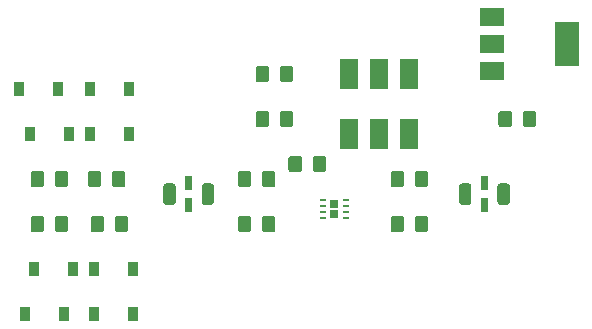
<source format=gbr>
G04 #@! TF.GenerationSoftware,KiCad,Pcbnew,5.1.5-52549c5~84~ubuntu18.04.1*
G04 #@! TF.CreationDate,2020-02-07T09:47:04+09:30*
G04 #@! TF.ProjectId,frontend,66726f6e-7465-46e6-942e-6b696361645f,rev?*
G04 #@! TF.SameCoordinates,Original*
G04 #@! TF.FileFunction,Paste,Top*
G04 #@! TF.FilePolarity,Positive*
%FSLAX46Y46*%
G04 Gerber Fmt 4.6, Leading zero omitted, Abs format (unit mm)*
G04 Created by KiCad (PCBNEW 5.1.5-52549c5~84~ubuntu18.04.1) date 2020-02-07 09:47:04*
%MOMM*%
%LPD*%
G04 APERTURE LIST*
%ADD10R,0.900000X1.200000*%
%ADD11C,0.100000*%
%ADD12R,1.650000X2.540000*%
%ADD13R,2.000000X1.500000*%
%ADD14R,2.000000X3.800000*%
%ADD15R,0.750000X0.650000*%
%ADD16R,0.500000X0.250000*%
G04 APERTURE END LIST*
D10*
X178310000Y-138430000D03*
X181610000Y-138430000D03*
D11*
G36*
X179664505Y-126301204D02*
G01*
X179688773Y-126304804D01*
X179712572Y-126310765D01*
X179735671Y-126319030D01*
X179757850Y-126329520D01*
X179778893Y-126342132D01*
X179798599Y-126356747D01*
X179816777Y-126373223D01*
X179833253Y-126391401D01*
X179847868Y-126411107D01*
X179860480Y-126432150D01*
X179870970Y-126454329D01*
X179879235Y-126477428D01*
X179885196Y-126501227D01*
X179888796Y-126525495D01*
X179890000Y-126549999D01*
X179890000Y-127450001D01*
X179888796Y-127474505D01*
X179885196Y-127498773D01*
X179879235Y-127522572D01*
X179870970Y-127545671D01*
X179860480Y-127567850D01*
X179847868Y-127588893D01*
X179833253Y-127608599D01*
X179816777Y-127626777D01*
X179798599Y-127643253D01*
X179778893Y-127657868D01*
X179757850Y-127670480D01*
X179735671Y-127680970D01*
X179712572Y-127689235D01*
X179688773Y-127695196D01*
X179664505Y-127698796D01*
X179640001Y-127700000D01*
X178989999Y-127700000D01*
X178965495Y-127698796D01*
X178941227Y-127695196D01*
X178917428Y-127689235D01*
X178894329Y-127680970D01*
X178872150Y-127670480D01*
X178851107Y-127657868D01*
X178831401Y-127643253D01*
X178813223Y-127626777D01*
X178796747Y-127608599D01*
X178782132Y-127588893D01*
X178769520Y-127567850D01*
X178759030Y-127545671D01*
X178750765Y-127522572D01*
X178744804Y-127498773D01*
X178741204Y-127474505D01*
X178740000Y-127450001D01*
X178740000Y-126549999D01*
X178741204Y-126525495D01*
X178744804Y-126501227D01*
X178750765Y-126477428D01*
X178759030Y-126454329D01*
X178769520Y-126432150D01*
X178782132Y-126411107D01*
X178796747Y-126391401D01*
X178813223Y-126373223D01*
X178831401Y-126356747D01*
X178851107Y-126342132D01*
X178872150Y-126329520D01*
X178894329Y-126319030D01*
X178917428Y-126310765D01*
X178941227Y-126304804D01*
X178965495Y-126301204D01*
X178989999Y-126300000D01*
X179640001Y-126300000D01*
X179664505Y-126301204D01*
G37*
G36*
X181714505Y-126301204D02*
G01*
X181738773Y-126304804D01*
X181762572Y-126310765D01*
X181785671Y-126319030D01*
X181807850Y-126329520D01*
X181828893Y-126342132D01*
X181848599Y-126356747D01*
X181866777Y-126373223D01*
X181883253Y-126391401D01*
X181897868Y-126411107D01*
X181910480Y-126432150D01*
X181920970Y-126454329D01*
X181929235Y-126477428D01*
X181935196Y-126501227D01*
X181938796Y-126525495D01*
X181940000Y-126549999D01*
X181940000Y-127450001D01*
X181938796Y-127474505D01*
X181935196Y-127498773D01*
X181929235Y-127522572D01*
X181920970Y-127545671D01*
X181910480Y-127567850D01*
X181897868Y-127588893D01*
X181883253Y-127608599D01*
X181866777Y-127626777D01*
X181848599Y-127643253D01*
X181828893Y-127657868D01*
X181807850Y-127670480D01*
X181785671Y-127680970D01*
X181762572Y-127689235D01*
X181738773Y-127695196D01*
X181714505Y-127698796D01*
X181690001Y-127700000D01*
X181039999Y-127700000D01*
X181015495Y-127698796D01*
X180991227Y-127695196D01*
X180967428Y-127689235D01*
X180944329Y-127680970D01*
X180922150Y-127670480D01*
X180901107Y-127657868D01*
X180881401Y-127643253D01*
X180863223Y-127626777D01*
X180846747Y-127608599D01*
X180832132Y-127588893D01*
X180819520Y-127567850D01*
X180809030Y-127545671D01*
X180800765Y-127522572D01*
X180794804Y-127498773D01*
X180791204Y-127474505D01*
X180790000Y-127450001D01*
X180790000Y-126549999D01*
X180791204Y-126525495D01*
X180794804Y-126501227D01*
X180800765Y-126477428D01*
X180809030Y-126454329D01*
X180819520Y-126432150D01*
X180832132Y-126411107D01*
X180846747Y-126391401D01*
X180863223Y-126373223D01*
X180881401Y-126356747D01*
X180901107Y-126342132D01*
X180922150Y-126329520D01*
X180944329Y-126319030D01*
X180967428Y-126310765D01*
X180991227Y-126304804D01*
X181015495Y-126301204D01*
X181039999Y-126300000D01*
X181690001Y-126300000D01*
X181714505Y-126301204D01*
G37*
D12*
X205740000Y-118110000D03*
X208280000Y-118110000D03*
X210820000Y-118110000D03*
X210820000Y-123190000D03*
X208280000Y-123190000D03*
X205740000Y-123190000D03*
D11*
G36*
X212194505Y-126301204D02*
G01*
X212218773Y-126304804D01*
X212242572Y-126310765D01*
X212265671Y-126319030D01*
X212287850Y-126329520D01*
X212308893Y-126342132D01*
X212328599Y-126356747D01*
X212346777Y-126373223D01*
X212363253Y-126391401D01*
X212377868Y-126411107D01*
X212390480Y-126432150D01*
X212400970Y-126454329D01*
X212409235Y-126477428D01*
X212415196Y-126501227D01*
X212418796Y-126525495D01*
X212420000Y-126549999D01*
X212420000Y-127450001D01*
X212418796Y-127474505D01*
X212415196Y-127498773D01*
X212409235Y-127522572D01*
X212400970Y-127545671D01*
X212390480Y-127567850D01*
X212377868Y-127588893D01*
X212363253Y-127608599D01*
X212346777Y-127626777D01*
X212328599Y-127643253D01*
X212308893Y-127657868D01*
X212287850Y-127670480D01*
X212265671Y-127680970D01*
X212242572Y-127689235D01*
X212218773Y-127695196D01*
X212194505Y-127698796D01*
X212170001Y-127700000D01*
X211519999Y-127700000D01*
X211495495Y-127698796D01*
X211471227Y-127695196D01*
X211447428Y-127689235D01*
X211424329Y-127680970D01*
X211402150Y-127670480D01*
X211381107Y-127657868D01*
X211361401Y-127643253D01*
X211343223Y-127626777D01*
X211326747Y-127608599D01*
X211312132Y-127588893D01*
X211299520Y-127567850D01*
X211289030Y-127545671D01*
X211280765Y-127522572D01*
X211274804Y-127498773D01*
X211271204Y-127474505D01*
X211270000Y-127450001D01*
X211270000Y-126549999D01*
X211271204Y-126525495D01*
X211274804Y-126501227D01*
X211280765Y-126477428D01*
X211289030Y-126454329D01*
X211299520Y-126432150D01*
X211312132Y-126411107D01*
X211326747Y-126391401D01*
X211343223Y-126373223D01*
X211361401Y-126356747D01*
X211381107Y-126342132D01*
X211402150Y-126329520D01*
X211424329Y-126319030D01*
X211447428Y-126310765D01*
X211471227Y-126304804D01*
X211495495Y-126301204D01*
X211519999Y-126300000D01*
X212170001Y-126300000D01*
X212194505Y-126301204D01*
G37*
G36*
X210144505Y-126301204D02*
G01*
X210168773Y-126304804D01*
X210192572Y-126310765D01*
X210215671Y-126319030D01*
X210237850Y-126329520D01*
X210258893Y-126342132D01*
X210278599Y-126356747D01*
X210296777Y-126373223D01*
X210313253Y-126391401D01*
X210327868Y-126411107D01*
X210340480Y-126432150D01*
X210350970Y-126454329D01*
X210359235Y-126477428D01*
X210365196Y-126501227D01*
X210368796Y-126525495D01*
X210370000Y-126549999D01*
X210370000Y-127450001D01*
X210368796Y-127474505D01*
X210365196Y-127498773D01*
X210359235Y-127522572D01*
X210350970Y-127545671D01*
X210340480Y-127567850D01*
X210327868Y-127588893D01*
X210313253Y-127608599D01*
X210296777Y-127626777D01*
X210278599Y-127643253D01*
X210258893Y-127657868D01*
X210237850Y-127670480D01*
X210215671Y-127680970D01*
X210192572Y-127689235D01*
X210168773Y-127695196D01*
X210144505Y-127698796D01*
X210120001Y-127700000D01*
X209469999Y-127700000D01*
X209445495Y-127698796D01*
X209421227Y-127695196D01*
X209397428Y-127689235D01*
X209374329Y-127680970D01*
X209352150Y-127670480D01*
X209331107Y-127657868D01*
X209311401Y-127643253D01*
X209293223Y-127626777D01*
X209276747Y-127608599D01*
X209262132Y-127588893D01*
X209249520Y-127567850D01*
X209239030Y-127545671D01*
X209230765Y-127522572D01*
X209224804Y-127498773D01*
X209221204Y-127474505D01*
X209220000Y-127450001D01*
X209220000Y-126549999D01*
X209221204Y-126525495D01*
X209224804Y-126501227D01*
X209230765Y-126477428D01*
X209239030Y-126454329D01*
X209249520Y-126432150D01*
X209262132Y-126411107D01*
X209276747Y-126391401D01*
X209293223Y-126373223D01*
X209311401Y-126356747D01*
X209331107Y-126342132D01*
X209352150Y-126329520D01*
X209374329Y-126319030D01*
X209397428Y-126310765D01*
X209421227Y-126304804D01*
X209445495Y-126301204D01*
X209469999Y-126300000D01*
X210120001Y-126300000D01*
X210144505Y-126301204D01*
G37*
G36*
X192292448Y-126720734D02*
G01*
X192307251Y-126722930D01*
X192321768Y-126726567D01*
X192335859Y-126731608D01*
X192349388Y-126738007D01*
X192362224Y-126745701D01*
X192374245Y-126754616D01*
X192385334Y-126764666D01*
X192395384Y-126775755D01*
X192404299Y-126787776D01*
X192411993Y-126800612D01*
X192418392Y-126814141D01*
X192423433Y-126828232D01*
X192427070Y-126842749D01*
X192429266Y-126857552D01*
X192430000Y-126872500D01*
X192430000Y-127812500D01*
X192429266Y-127827448D01*
X192427070Y-127842251D01*
X192423433Y-127856768D01*
X192418392Y-127870859D01*
X192411993Y-127884388D01*
X192404299Y-127897224D01*
X192395384Y-127909245D01*
X192385334Y-127920334D01*
X192374245Y-127930384D01*
X192362224Y-127939299D01*
X192349388Y-127946993D01*
X192335859Y-127953392D01*
X192321768Y-127958433D01*
X192307251Y-127962070D01*
X192292448Y-127964266D01*
X192277500Y-127965000D01*
X191972500Y-127965000D01*
X191957552Y-127964266D01*
X191942749Y-127962070D01*
X191928232Y-127958433D01*
X191914141Y-127953392D01*
X191900612Y-127946993D01*
X191887776Y-127939299D01*
X191875755Y-127930384D01*
X191864666Y-127920334D01*
X191854616Y-127909245D01*
X191845701Y-127897224D01*
X191838007Y-127884388D01*
X191831608Y-127870859D01*
X191826567Y-127856768D01*
X191822930Y-127842251D01*
X191820734Y-127827448D01*
X191820000Y-127812500D01*
X191820000Y-126872500D01*
X191820734Y-126857552D01*
X191822930Y-126842749D01*
X191826567Y-126828232D01*
X191831608Y-126814141D01*
X191838007Y-126800612D01*
X191845701Y-126787776D01*
X191854616Y-126775755D01*
X191864666Y-126764666D01*
X191875755Y-126754616D01*
X191887776Y-126745701D01*
X191900612Y-126738007D01*
X191914141Y-126731608D01*
X191928232Y-126726567D01*
X191942749Y-126722930D01*
X191957552Y-126720734D01*
X191972500Y-126720000D01*
X192277500Y-126720000D01*
X192292448Y-126720734D01*
G37*
G36*
X192292448Y-128575734D02*
G01*
X192307251Y-128577930D01*
X192321768Y-128581567D01*
X192335859Y-128586608D01*
X192349388Y-128593007D01*
X192362224Y-128600701D01*
X192374245Y-128609616D01*
X192385334Y-128619666D01*
X192395384Y-128630755D01*
X192404299Y-128642776D01*
X192411993Y-128655612D01*
X192418392Y-128669141D01*
X192423433Y-128683232D01*
X192427070Y-128697749D01*
X192429266Y-128712552D01*
X192430000Y-128727500D01*
X192430000Y-129667500D01*
X192429266Y-129682448D01*
X192427070Y-129697251D01*
X192423433Y-129711768D01*
X192418392Y-129725859D01*
X192411993Y-129739388D01*
X192404299Y-129752224D01*
X192395384Y-129764245D01*
X192385334Y-129775334D01*
X192374245Y-129785384D01*
X192362224Y-129794299D01*
X192349388Y-129801993D01*
X192335859Y-129808392D01*
X192321768Y-129813433D01*
X192307251Y-129817070D01*
X192292448Y-129819266D01*
X192277500Y-129820000D01*
X191972500Y-129820000D01*
X191957552Y-129819266D01*
X191942749Y-129817070D01*
X191928232Y-129813433D01*
X191914141Y-129808392D01*
X191900612Y-129801993D01*
X191887776Y-129794299D01*
X191875755Y-129785384D01*
X191864666Y-129775334D01*
X191854616Y-129764245D01*
X191845701Y-129752224D01*
X191838007Y-129739388D01*
X191831608Y-129725859D01*
X191826567Y-129711768D01*
X191822930Y-129697251D01*
X191820734Y-129682448D01*
X191820000Y-129667500D01*
X191820000Y-128727500D01*
X191820734Y-128712552D01*
X191822930Y-128697749D01*
X191826567Y-128683232D01*
X191831608Y-128669141D01*
X191838007Y-128655612D01*
X191845701Y-128642776D01*
X191854616Y-128630755D01*
X191864666Y-128619666D01*
X191875755Y-128609616D01*
X191887776Y-128600701D01*
X191900612Y-128593007D01*
X191914141Y-128586608D01*
X191928232Y-128581567D01*
X191942749Y-128577930D01*
X191957552Y-128575734D01*
X191972500Y-128575000D01*
X192277500Y-128575000D01*
X192292448Y-128575734D01*
G37*
G36*
X194044865Y-127371202D02*
G01*
X194069095Y-127374796D01*
X194092855Y-127380748D01*
X194115918Y-127389000D01*
X194138061Y-127399472D01*
X194159070Y-127412065D01*
X194178745Y-127426657D01*
X194196894Y-127443106D01*
X194213343Y-127461255D01*
X194227935Y-127480930D01*
X194240528Y-127501939D01*
X194251000Y-127524082D01*
X194259252Y-127547145D01*
X194265204Y-127570905D01*
X194268798Y-127595135D01*
X194270000Y-127619600D01*
X194270000Y-128920400D01*
X194268798Y-128944865D01*
X194265204Y-128969095D01*
X194259252Y-128992855D01*
X194251000Y-129015918D01*
X194240528Y-129038061D01*
X194227935Y-129059070D01*
X194213343Y-129078745D01*
X194196894Y-129096894D01*
X194178745Y-129113343D01*
X194159070Y-129127935D01*
X194138061Y-129140528D01*
X194115918Y-129151000D01*
X194092855Y-129159252D01*
X194069095Y-129165204D01*
X194044865Y-129168798D01*
X194020400Y-129170000D01*
X193479600Y-129170000D01*
X193455135Y-129168798D01*
X193430905Y-129165204D01*
X193407145Y-129159252D01*
X193384082Y-129151000D01*
X193361939Y-129140528D01*
X193340930Y-129127935D01*
X193321255Y-129113343D01*
X193303106Y-129096894D01*
X193286657Y-129078745D01*
X193272065Y-129059070D01*
X193259472Y-129038061D01*
X193249000Y-129015918D01*
X193240748Y-128992855D01*
X193234796Y-128969095D01*
X193231202Y-128944865D01*
X193230000Y-128920400D01*
X193230000Y-127619600D01*
X193231202Y-127595135D01*
X193234796Y-127570905D01*
X193240748Y-127547145D01*
X193249000Y-127524082D01*
X193259472Y-127501939D01*
X193272065Y-127480930D01*
X193286657Y-127461255D01*
X193303106Y-127443106D01*
X193321255Y-127426657D01*
X193340930Y-127412065D01*
X193361939Y-127399472D01*
X193384082Y-127389000D01*
X193407145Y-127380748D01*
X193430905Y-127374796D01*
X193455135Y-127371202D01*
X193479600Y-127370000D01*
X194020400Y-127370000D01*
X194044865Y-127371202D01*
G37*
G36*
X190794865Y-127371202D02*
G01*
X190819095Y-127374796D01*
X190842855Y-127380748D01*
X190865918Y-127389000D01*
X190888061Y-127399472D01*
X190909070Y-127412065D01*
X190928745Y-127426657D01*
X190946894Y-127443106D01*
X190963343Y-127461255D01*
X190977935Y-127480930D01*
X190990528Y-127501939D01*
X191001000Y-127524082D01*
X191009252Y-127547145D01*
X191015204Y-127570905D01*
X191018798Y-127595135D01*
X191020000Y-127619600D01*
X191020000Y-128920400D01*
X191018798Y-128944865D01*
X191015204Y-128969095D01*
X191009252Y-128992855D01*
X191001000Y-129015918D01*
X190990528Y-129038061D01*
X190977935Y-129059070D01*
X190963343Y-129078745D01*
X190946894Y-129096894D01*
X190928745Y-129113343D01*
X190909070Y-129127935D01*
X190888061Y-129140528D01*
X190865918Y-129151000D01*
X190842855Y-129159252D01*
X190819095Y-129165204D01*
X190794865Y-129168798D01*
X190770400Y-129170000D01*
X190229600Y-129170000D01*
X190205135Y-129168798D01*
X190180905Y-129165204D01*
X190157145Y-129159252D01*
X190134082Y-129151000D01*
X190111939Y-129140528D01*
X190090930Y-129127935D01*
X190071255Y-129113343D01*
X190053106Y-129096894D01*
X190036657Y-129078745D01*
X190022065Y-129059070D01*
X190009472Y-129038061D01*
X189999000Y-129015918D01*
X189990748Y-128992855D01*
X189984796Y-128969095D01*
X189981202Y-128944865D01*
X189980000Y-128920400D01*
X189980000Y-127619600D01*
X189981202Y-127595135D01*
X189984796Y-127570905D01*
X189990748Y-127547145D01*
X189999000Y-127524082D01*
X190009472Y-127501939D01*
X190022065Y-127480930D01*
X190036657Y-127461255D01*
X190053106Y-127443106D01*
X190071255Y-127426657D01*
X190090930Y-127412065D01*
X190111939Y-127399472D01*
X190134082Y-127389000D01*
X190157145Y-127380748D01*
X190180905Y-127374796D01*
X190205135Y-127371202D01*
X190229600Y-127370000D01*
X190770400Y-127370000D01*
X190794865Y-127371202D01*
G37*
G36*
X201499505Y-125031204D02*
G01*
X201523773Y-125034804D01*
X201547572Y-125040765D01*
X201570671Y-125049030D01*
X201592850Y-125059520D01*
X201613893Y-125072132D01*
X201633599Y-125086747D01*
X201651777Y-125103223D01*
X201668253Y-125121401D01*
X201682868Y-125141107D01*
X201695480Y-125162150D01*
X201705970Y-125184329D01*
X201714235Y-125207428D01*
X201720196Y-125231227D01*
X201723796Y-125255495D01*
X201725000Y-125279999D01*
X201725000Y-126180001D01*
X201723796Y-126204505D01*
X201720196Y-126228773D01*
X201714235Y-126252572D01*
X201705970Y-126275671D01*
X201695480Y-126297850D01*
X201682868Y-126318893D01*
X201668253Y-126338599D01*
X201651777Y-126356777D01*
X201633599Y-126373253D01*
X201613893Y-126387868D01*
X201592850Y-126400480D01*
X201570671Y-126410970D01*
X201547572Y-126419235D01*
X201523773Y-126425196D01*
X201499505Y-126428796D01*
X201475001Y-126430000D01*
X200824999Y-126430000D01*
X200800495Y-126428796D01*
X200776227Y-126425196D01*
X200752428Y-126419235D01*
X200729329Y-126410970D01*
X200707150Y-126400480D01*
X200686107Y-126387868D01*
X200666401Y-126373253D01*
X200648223Y-126356777D01*
X200631747Y-126338599D01*
X200617132Y-126318893D01*
X200604520Y-126297850D01*
X200594030Y-126275671D01*
X200585765Y-126252572D01*
X200579804Y-126228773D01*
X200576204Y-126204505D01*
X200575000Y-126180001D01*
X200575000Y-125279999D01*
X200576204Y-125255495D01*
X200579804Y-125231227D01*
X200585765Y-125207428D01*
X200594030Y-125184329D01*
X200604520Y-125162150D01*
X200617132Y-125141107D01*
X200631747Y-125121401D01*
X200648223Y-125103223D01*
X200666401Y-125086747D01*
X200686107Y-125072132D01*
X200707150Y-125059520D01*
X200729329Y-125049030D01*
X200752428Y-125040765D01*
X200776227Y-125034804D01*
X200800495Y-125031204D01*
X200824999Y-125030000D01*
X201475001Y-125030000D01*
X201499505Y-125031204D01*
G37*
G36*
X203549505Y-125031204D02*
G01*
X203573773Y-125034804D01*
X203597572Y-125040765D01*
X203620671Y-125049030D01*
X203642850Y-125059520D01*
X203663893Y-125072132D01*
X203683599Y-125086747D01*
X203701777Y-125103223D01*
X203718253Y-125121401D01*
X203732868Y-125141107D01*
X203745480Y-125162150D01*
X203755970Y-125184329D01*
X203764235Y-125207428D01*
X203770196Y-125231227D01*
X203773796Y-125255495D01*
X203775000Y-125279999D01*
X203775000Y-126180001D01*
X203773796Y-126204505D01*
X203770196Y-126228773D01*
X203764235Y-126252572D01*
X203755970Y-126275671D01*
X203745480Y-126297850D01*
X203732868Y-126318893D01*
X203718253Y-126338599D01*
X203701777Y-126356777D01*
X203683599Y-126373253D01*
X203663893Y-126387868D01*
X203642850Y-126400480D01*
X203620671Y-126410970D01*
X203597572Y-126419235D01*
X203573773Y-126425196D01*
X203549505Y-126428796D01*
X203525001Y-126430000D01*
X202874999Y-126430000D01*
X202850495Y-126428796D01*
X202826227Y-126425196D01*
X202802428Y-126419235D01*
X202779329Y-126410970D01*
X202757150Y-126400480D01*
X202736107Y-126387868D01*
X202716401Y-126373253D01*
X202698223Y-126356777D01*
X202681747Y-126338599D01*
X202667132Y-126318893D01*
X202654520Y-126297850D01*
X202644030Y-126275671D01*
X202635765Y-126252572D01*
X202629804Y-126228773D01*
X202626204Y-126204505D01*
X202625000Y-126180001D01*
X202625000Y-125279999D01*
X202626204Y-125255495D01*
X202629804Y-125231227D01*
X202635765Y-125207428D01*
X202644030Y-125184329D01*
X202654520Y-125162150D01*
X202667132Y-125141107D01*
X202681747Y-125121401D01*
X202698223Y-125103223D01*
X202716401Y-125086747D01*
X202736107Y-125072132D01*
X202757150Y-125059520D01*
X202779329Y-125049030D01*
X202802428Y-125040765D01*
X202826227Y-125034804D01*
X202850495Y-125031204D01*
X202874999Y-125030000D01*
X203525001Y-125030000D01*
X203549505Y-125031204D01*
G37*
G36*
X219279505Y-121221204D02*
G01*
X219303773Y-121224804D01*
X219327572Y-121230765D01*
X219350671Y-121239030D01*
X219372850Y-121249520D01*
X219393893Y-121262132D01*
X219413599Y-121276747D01*
X219431777Y-121293223D01*
X219448253Y-121311401D01*
X219462868Y-121331107D01*
X219475480Y-121352150D01*
X219485970Y-121374329D01*
X219494235Y-121397428D01*
X219500196Y-121421227D01*
X219503796Y-121445495D01*
X219505000Y-121469999D01*
X219505000Y-122370001D01*
X219503796Y-122394505D01*
X219500196Y-122418773D01*
X219494235Y-122442572D01*
X219485970Y-122465671D01*
X219475480Y-122487850D01*
X219462868Y-122508893D01*
X219448253Y-122528599D01*
X219431777Y-122546777D01*
X219413599Y-122563253D01*
X219393893Y-122577868D01*
X219372850Y-122590480D01*
X219350671Y-122600970D01*
X219327572Y-122609235D01*
X219303773Y-122615196D01*
X219279505Y-122618796D01*
X219255001Y-122620000D01*
X218604999Y-122620000D01*
X218580495Y-122618796D01*
X218556227Y-122615196D01*
X218532428Y-122609235D01*
X218509329Y-122600970D01*
X218487150Y-122590480D01*
X218466107Y-122577868D01*
X218446401Y-122563253D01*
X218428223Y-122546777D01*
X218411747Y-122528599D01*
X218397132Y-122508893D01*
X218384520Y-122487850D01*
X218374030Y-122465671D01*
X218365765Y-122442572D01*
X218359804Y-122418773D01*
X218356204Y-122394505D01*
X218355000Y-122370001D01*
X218355000Y-121469999D01*
X218356204Y-121445495D01*
X218359804Y-121421227D01*
X218365765Y-121397428D01*
X218374030Y-121374329D01*
X218384520Y-121352150D01*
X218397132Y-121331107D01*
X218411747Y-121311401D01*
X218428223Y-121293223D01*
X218446401Y-121276747D01*
X218466107Y-121262132D01*
X218487150Y-121249520D01*
X218509329Y-121239030D01*
X218532428Y-121230765D01*
X218556227Y-121224804D01*
X218580495Y-121221204D01*
X218604999Y-121220000D01*
X219255001Y-121220000D01*
X219279505Y-121221204D01*
G37*
G36*
X221329505Y-121221204D02*
G01*
X221353773Y-121224804D01*
X221377572Y-121230765D01*
X221400671Y-121239030D01*
X221422850Y-121249520D01*
X221443893Y-121262132D01*
X221463599Y-121276747D01*
X221481777Y-121293223D01*
X221498253Y-121311401D01*
X221512868Y-121331107D01*
X221525480Y-121352150D01*
X221535970Y-121374329D01*
X221544235Y-121397428D01*
X221550196Y-121421227D01*
X221553796Y-121445495D01*
X221555000Y-121469999D01*
X221555000Y-122370001D01*
X221553796Y-122394505D01*
X221550196Y-122418773D01*
X221544235Y-122442572D01*
X221535970Y-122465671D01*
X221525480Y-122487850D01*
X221512868Y-122508893D01*
X221498253Y-122528599D01*
X221481777Y-122546777D01*
X221463599Y-122563253D01*
X221443893Y-122577868D01*
X221422850Y-122590480D01*
X221400671Y-122600970D01*
X221377572Y-122609235D01*
X221353773Y-122615196D01*
X221329505Y-122618796D01*
X221305001Y-122620000D01*
X220654999Y-122620000D01*
X220630495Y-122618796D01*
X220606227Y-122615196D01*
X220582428Y-122609235D01*
X220559329Y-122600970D01*
X220537150Y-122590480D01*
X220516107Y-122577868D01*
X220496401Y-122563253D01*
X220478223Y-122546777D01*
X220461747Y-122528599D01*
X220447132Y-122508893D01*
X220434520Y-122487850D01*
X220424030Y-122465671D01*
X220415765Y-122442572D01*
X220409804Y-122418773D01*
X220406204Y-122394505D01*
X220405000Y-122370001D01*
X220405000Y-121469999D01*
X220406204Y-121445495D01*
X220409804Y-121421227D01*
X220415765Y-121397428D01*
X220424030Y-121374329D01*
X220434520Y-121352150D01*
X220447132Y-121331107D01*
X220461747Y-121311401D01*
X220478223Y-121293223D01*
X220496401Y-121276747D01*
X220516107Y-121262132D01*
X220537150Y-121249520D01*
X220559329Y-121239030D01*
X220582428Y-121230765D01*
X220606227Y-121224804D01*
X220630495Y-121221204D01*
X220654999Y-121220000D01*
X221305001Y-121220000D01*
X221329505Y-121221204D01*
G37*
D13*
X217830000Y-113270000D03*
X217830000Y-117870000D03*
X217830000Y-115570000D03*
D14*
X224130000Y-115570000D03*
D11*
G36*
X198714505Y-121221204D02*
G01*
X198738773Y-121224804D01*
X198762572Y-121230765D01*
X198785671Y-121239030D01*
X198807850Y-121249520D01*
X198828893Y-121262132D01*
X198848599Y-121276747D01*
X198866777Y-121293223D01*
X198883253Y-121311401D01*
X198897868Y-121331107D01*
X198910480Y-121352150D01*
X198920970Y-121374329D01*
X198929235Y-121397428D01*
X198935196Y-121421227D01*
X198938796Y-121445495D01*
X198940000Y-121469999D01*
X198940000Y-122370001D01*
X198938796Y-122394505D01*
X198935196Y-122418773D01*
X198929235Y-122442572D01*
X198920970Y-122465671D01*
X198910480Y-122487850D01*
X198897868Y-122508893D01*
X198883253Y-122528599D01*
X198866777Y-122546777D01*
X198848599Y-122563253D01*
X198828893Y-122577868D01*
X198807850Y-122590480D01*
X198785671Y-122600970D01*
X198762572Y-122609235D01*
X198738773Y-122615196D01*
X198714505Y-122618796D01*
X198690001Y-122620000D01*
X198039999Y-122620000D01*
X198015495Y-122618796D01*
X197991227Y-122615196D01*
X197967428Y-122609235D01*
X197944329Y-122600970D01*
X197922150Y-122590480D01*
X197901107Y-122577868D01*
X197881401Y-122563253D01*
X197863223Y-122546777D01*
X197846747Y-122528599D01*
X197832132Y-122508893D01*
X197819520Y-122487850D01*
X197809030Y-122465671D01*
X197800765Y-122442572D01*
X197794804Y-122418773D01*
X197791204Y-122394505D01*
X197790000Y-122370001D01*
X197790000Y-121469999D01*
X197791204Y-121445495D01*
X197794804Y-121421227D01*
X197800765Y-121397428D01*
X197809030Y-121374329D01*
X197819520Y-121352150D01*
X197832132Y-121331107D01*
X197846747Y-121311401D01*
X197863223Y-121293223D01*
X197881401Y-121276747D01*
X197901107Y-121262132D01*
X197922150Y-121249520D01*
X197944329Y-121239030D01*
X197967428Y-121230765D01*
X197991227Y-121224804D01*
X198015495Y-121221204D01*
X198039999Y-121220000D01*
X198690001Y-121220000D01*
X198714505Y-121221204D01*
G37*
G36*
X200764505Y-121221204D02*
G01*
X200788773Y-121224804D01*
X200812572Y-121230765D01*
X200835671Y-121239030D01*
X200857850Y-121249520D01*
X200878893Y-121262132D01*
X200898599Y-121276747D01*
X200916777Y-121293223D01*
X200933253Y-121311401D01*
X200947868Y-121331107D01*
X200960480Y-121352150D01*
X200970970Y-121374329D01*
X200979235Y-121397428D01*
X200985196Y-121421227D01*
X200988796Y-121445495D01*
X200990000Y-121469999D01*
X200990000Y-122370001D01*
X200988796Y-122394505D01*
X200985196Y-122418773D01*
X200979235Y-122442572D01*
X200970970Y-122465671D01*
X200960480Y-122487850D01*
X200947868Y-122508893D01*
X200933253Y-122528599D01*
X200916777Y-122546777D01*
X200898599Y-122563253D01*
X200878893Y-122577868D01*
X200857850Y-122590480D01*
X200835671Y-122600970D01*
X200812572Y-122609235D01*
X200788773Y-122615196D01*
X200764505Y-122618796D01*
X200740001Y-122620000D01*
X200089999Y-122620000D01*
X200065495Y-122618796D01*
X200041227Y-122615196D01*
X200017428Y-122609235D01*
X199994329Y-122600970D01*
X199972150Y-122590480D01*
X199951107Y-122577868D01*
X199931401Y-122563253D01*
X199913223Y-122546777D01*
X199896747Y-122528599D01*
X199882132Y-122508893D01*
X199869520Y-122487850D01*
X199859030Y-122465671D01*
X199850765Y-122442572D01*
X199844804Y-122418773D01*
X199841204Y-122394505D01*
X199840000Y-122370001D01*
X199840000Y-121469999D01*
X199841204Y-121445495D01*
X199844804Y-121421227D01*
X199850765Y-121397428D01*
X199859030Y-121374329D01*
X199869520Y-121352150D01*
X199882132Y-121331107D01*
X199896747Y-121311401D01*
X199913223Y-121293223D01*
X199931401Y-121276747D01*
X199951107Y-121262132D01*
X199972150Y-121249520D01*
X199994329Y-121239030D01*
X200017428Y-121230765D01*
X200041227Y-121224804D01*
X200065495Y-121221204D01*
X200089999Y-121220000D01*
X200740001Y-121220000D01*
X200764505Y-121221204D01*
G37*
D10*
X178690000Y-123190000D03*
X181990000Y-123190000D03*
D11*
G36*
X217337448Y-126720734D02*
G01*
X217352251Y-126722930D01*
X217366768Y-126726567D01*
X217380859Y-126731608D01*
X217394388Y-126738007D01*
X217407224Y-126745701D01*
X217419245Y-126754616D01*
X217430334Y-126764666D01*
X217440384Y-126775755D01*
X217449299Y-126787776D01*
X217456993Y-126800612D01*
X217463392Y-126814141D01*
X217468433Y-126828232D01*
X217472070Y-126842749D01*
X217474266Y-126857552D01*
X217475000Y-126872500D01*
X217475000Y-127812500D01*
X217474266Y-127827448D01*
X217472070Y-127842251D01*
X217468433Y-127856768D01*
X217463392Y-127870859D01*
X217456993Y-127884388D01*
X217449299Y-127897224D01*
X217440384Y-127909245D01*
X217430334Y-127920334D01*
X217419245Y-127930384D01*
X217407224Y-127939299D01*
X217394388Y-127946993D01*
X217380859Y-127953392D01*
X217366768Y-127958433D01*
X217352251Y-127962070D01*
X217337448Y-127964266D01*
X217322500Y-127965000D01*
X217017500Y-127965000D01*
X217002552Y-127964266D01*
X216987749Y-127962070D01*
X216973232Y-127958433D01*
X216959141Y-127953392D01*
X216945612Y-127946993D01*
X216932776Y-127939299D01*
X216920755Y-127930384D01*
X216909666Y-127920334D01*
X216899616Y-127909245D01*
X216890701Y-127897224D01*
X216883007Y-127884388D01*
X216876608Y-127870859D01*
X216871567Y-127856768D01*
X216867930Y-127842251D01*
X216865734Y-127827448D01*
X216865000Y-127812500D01*
X216865000Y-126872500D01*
X216865734Y-126857552D01*
X216867930Y-126842749D01*
X216871567Y-126828232D01*
X216876608Y-126814141D01*
X216883007Y-126800612D01*
X216890701Y-126787776D01*
X216899616Y-126775755D01*
X216909666Y-126764666D01*
X216920755Y-126754616D01*
X216932776Y-126745701D01*
X216945612Y-126738007D01*
X216959141Y-126731608D01*
X216973232Y-126726567D01*
X216987749Y-126722930D01*
X217002552Y-126720734D01*
X217017500Y-126720000D01*
X217322500Y-126720000D01*
X217337448Y-126720734D01*
G37*
G36*
X217337448Y-128575734D02*
G01*
X217352251Y-128577930D01*
X217366768Y-128581567D01*
X217380859Y-128586608D01*
X217394388Y-128593007D01*
X217407224Y-128600701D01*
X217419245Y-128609616D01*
X217430334Y-128619666D01*
X217440384Y-128630755D01*
X217449299Y-128642776D01*
X217456993Y-128655612D01*
X217463392Y-128669141D01*
X217468433Y-128683232D01*
X217472070Y-128697749D01*
X217474266Y-128712552D01*
X217475000Y-128727500D01*
X217475000Y-129667500D01*
X217474266Y-129682448D01*
X217472070Y-129697251D01*
X217468433Y-129711768D01*
X217463392Y-129725859D01*
X217456993Y-129739388D01*
X217449299Y-129752224D01*
X217440384Y-129764245D01*
X217430334Y-129775334D01*
X217419245Y-129785384D01*
X217407224Y-129794299D01*
X217394388Y-129801993D01*
X217380859Y-129808392D01*
X217366768Y-129813433D01*
X217352251Y-129817070D01*
X217337448Y-129819266D01*
X217322500Y-129820000D01*
X217017500Y-129820000D01*
X217002552Y-129819266D01*
X216987749Y-129817070D01*
X216973232Y-129813433D01*
X216959141Y-129808392D01*
X216945612Y-129801993D01*
X216932776Y-129794299D01*
X216920755Y-129785384D01*
X216909666Y-129775334D01*
X216899616Y-129764245D01*
X216890701Y-129752224D01*
X216883007Y-129739388D01*
X216876608Y-129725859D01*
X216871567Y-129711768D01*
X216867930Y-129697251D01*
X216865734Y-129682448D01*
X216865000Y-129667500D01*
X216865000Y-128727500D01*
X216865734Y-128712552D01*
X216867930Y-128697749D01*
X216871567Y-128683232D01*
X216876608Y-128669141D01*
X216883007Y-128655612D01*
X216890701Y-128642776D01*
X216899616Y-128630755D01*
X216909666Y-128619666D01*
X216920755Y-128609616D01*
X216932776Y-128600701D01*
X216945612Y-128593007D01*
X216959141Y-128586608D01*
X216973232Y-128581567D01*
X216987749Y-128577930D01*
X217002552Y-128575734D01*
X217017500Y-128575000D01*
X217322500Y-128575000D01*
X217337448Y-128575734D01*
G37*
G36*
X219089865Y-127371202D02*
G01*
X219114095Y-127374796D01*
X219137855Y-127380748D01*
X219160918Y-127389000D01*
X219183061Y-127399472D01*
X219204070Y-127412065D01*
X219223745Y-127426657D01*
X219241894Y-127443106D01*
X219258343Y-127461255D01*
X219272935Y-127480930D01*
X219285528Y-127501939D01*
X219296000Y-127524082D01*
X219304252Y-127547145D01*
X219310204Y-127570905D01*
X219313798Y-127595135D01*
X219315000Y-127619600D01*
X219315000Y-128920400D01*
X219313798Y-128944865D01*
X219310204Y-128969095D01*
X219304252Y-128992855D01*
X219296000Y-129015918D01*
X219285528Y-129038061D01*
X219272935Y-129059070D01*
X219258343Y-129078745D01*
X219241894Y-129096894D01*
X219223745Y-129113343D01*
X219204070Y-129127935D01*
X219183061Y-129140528D01*
X219160918Y-129151000D01*
X219137855Y-129159252D01*
X219114095Y-129165204D01*
X219089865Y-129168798D01*
X219065400Y-129170000D01*
X218524600Y-129170000D01*
X218500135Y-129168798D01*
X218475905Y-129165204D01*
X218452145Y-129159252D01*
X218429082Y-129151000D01*
X218406939Y-129140528D01*
X218385930Y-129127935D01*
X218366255Y-129113343D01*
X218348106Y-129096894D01*
X218331657Y-129078745D01*
X218317065Y-129059070D01*
X218304472Y-129038061D01*
X218294000Y-129015918D01*
X218285748Y-128992855D01*
X218279796Y-128969095D01*
X218276202Y-128944865D01*
X218275000Y-128920400D01*
X218275000Y-127619600D01*
X218276202Y-127595135D01*
X218279796Y-127570905D01*
X218285748Y-127547145D01*
X218294000Y-127524082D01*
X218304472Y-127501939D01*
X218317065Y-127480930D01*
X218331657Y-127461255D01*
X218348106Y-127443106D01*
X218366255Y-127426657D01*
X218385930Y-127412065D01*
X218406939Y-127399472D01*
X218429082Y-127389000D01*
X218452145Y-127380748D01*
X218475905Y-127374796D01*
X218500135Y-127371202D01*
X218524600Y-127370000D01*
X219065400Y-127370000D01*
X219089865Y-127371202D01*
G37*
G36*
X215839865Y-127371202D02*
G01*
X215864095Y-127374796D01*
X215887855Y-127380748D01*
X215910918Y-127389000D01*
X215933061Y-127399472D01*
X215954070Y-127412065D01*
X215973745Y-127426657D01*
X215991894Y-127443106D01*
X216008343Y-127461255D01*
X216022935Y-127480930D01*
X216035528Y-127501939D01*
X216046000Y-127524082D01*
X216054252Y-127547145D01*
X216060204Y-127570905D01*
X216063798Y-127595135D01*
X216065000Y-127619600D01*
X216065000Y-128920400D01*
X216063798Y-128944865D01*
X216060204Y-128969095D01*
X216054252Y-128992855D01*
X216046000Y-129015918D01*
X216035528Y-129038061D01*
X216022935Y-129059070D01*
X216008343Y-129078745D01*
X215991894Y-129096894D01*
X215973745Y-129113343D01*
X215954070Y-129127935D01*
X215933061Y-129140528D01*
X215910918Y-129151000D01*
X215887855Y-129159252D01*
X215864095Y-129165204D01*
X215839865Y-129168798D01*
X215815400Y-129170000D01*
X215274600Y-129170000D01*
X215250135Y-129168798D01*
X215225905Y-129165204D01*
X215202145Y-129159252D01*
X215179082Y-129151000D01*
X215156939Y-129140528D01*
X215135930Y-129127935D01*
X215116255Y-129113343D01*
X215098106Y-129096894D01*
X215081657Y-129078745D01*
X215067065Y-129059070D01*
X215054472Y-129038061D01*
X215044000Y-129015918D01*
X215035748Y-128992855D01*
X215029796Y-128969095D01*
X215026202Y-128944865D01*
X215025000Y-128920400D01*
X215025000Y-127619600D01*
X215026202Y-127595135D01*
X215029796Y-127570905D01*
X215035748Y-127547145D01*
X215044000Y-127524082D01*
X215054472Y-127501939D01*
X215067065Y-127480930D01*
X215081657Y-127461255D01*
X215098106Y-127443106D01*
X215116255Y-127426657D01*
X215135930Y-127412065D01*
X215156939Y-127399472D01*
X215179082Y-127389000D01*
X215202145Y-127380748D01*
X215225905Y-127374796D01*
X215250135Y-127371202D01*
X215274600Y-127370000D01*
X215815400Y-127370000D01*
X215839865Y-127371202D01*
G37*
G36*
X184744505Y-130111204D02*
G01*
X184768773Y-130114804D01*
X184792572Y-130120765D01*
X184815671Y-130129030D01*
X184837850Y-130139520D01*
X184858893Y-130152132D01*
X184878599Y-130166747D01*
X184896777Y-130183223D01*
X184913253Y-130201401D01*
X184927868Y-130221107D01*
X184940480Y-130242150D01*
X184950970Y-130264329D01*
X184959235Y-130287428D01*
X184965196Y-130311227D01*
X184968796Y-130335495D01*
X184970000Y-130359999D01*
X184970000Y-131260001D01*
X184968796Y-131284505D01*
X184965196Y-131308773D01*
X184959235Y-131332572D01*
X184950970Y-131355671D01*
X184940480Y-131377850D01*
X184927868Y-131398893D01*
X184913253Y-131418599D01*
X184896777Y-131436777D01*
X184878599Y-131453253D01*
X184858893Y-131467868D01*
X184837850Y-131480480D01*
X184815671Y-131490970D01*
X184792572Y-131499235D01*
X184768773Y-131505196D01*
X184744505Y-131508796D01*
X184720001Y-131510000D01*
X184069999Y-131510000D01*
X184045495Y-131508796D01*
X184021227Y-131505196D01*
X183997428Y-131499235D01*
X183974329Y-131490970D01*
X183952150Y-131480480D01*
X183931107Y-131467868D01*
X183911401Y-131453253D01*
X183893223Y-131436777D01*
X183876747Y-131418599D01*
X183862132Y-131398893D01*
X183849520Y-131377850D01*
X183839030Y-131355671D01*
X183830765Y-131332572D01*
X183824804Y-131308773D01*
X183821204Y-131284505D01*
X183820000Y-131260001D01*
X183820000Y-130359999D01*
X183821204Y-130335495D01*
X183824804Y-130311227D01*
X183830765Y-130287428D01*
X183839030Y-130264329D01*
X183849520Y-130242150D01*
X183862132Y-130221107D01*
X183876747Y-130201401D01*
X183893223Y-130183223D01*
X183911401Y-130166747D01*
X183931107Y-130152132D01*
X183952150Y-130139520D01*
X183974329Y-130129030D01*
X183997428Y-130120765D01*
X184021227Y-130114804D01*
X184045495Y-130111204D01*
X184069999Y-130110000D01*
X184720001Y-130110000D01*
X184744505Y-130111204D01*
G37*
G36*
X186794505Y-130111204D02*
G01*
X186818773Y-130114804D01*
X186842572Y-130120765D01*
X186865671Y-130129030D01*
X186887850Y-130139520D01*
X186908893Y-130152132D01*
X186928599Y-130166747D01*
X186946777Y-130183223D01*
X186963253Y-130201401D01*
X186977868Y-130221107D01*
X186990480Y-130242150D01*
X187000970Y-130264329D01*
X187009235Y-130287428D01*
X187015196Y-130311227D01*
X187018796Y-130335495D01*
X187020000Y-130359999D01*
X187020000Y-131260001D01*
X187018796Y-131284505D01*
X187015196Y-131308773D01*
X187009235Y-131332572D01*
X187000970Y-131355671D01*
X186990480Y-131377850D01*
X186977868Y-131398893D01*
X186963253Y-131418599D01*
X186946777Y-131436777D01*
X186928599Y-131453253D01*
X186908893Y-131467868D01*
X186887850Y-131480480D01*
X186865671Y-131490970D01*
X186842572Y-131499235D01*
X186818773Y-131505196D01*
X186794505Y-131508796D01*
X186770001Y-131510000D01*
X186119999Y-131510000D01*
X186095495Y-131508796D01*
X186071227Y-131505196D01*
X186047428Y-131499235D01*
X186024329Y-131490970D01*
X186002150Y-131480480D01*
X185981107Y-131467868D01*
X185961401Y-131453253D01*
X185943223Y-131436777D01*
X185926747Y-131418599D01*
X185912132Y-131398893D01*
X185899520Y-131377850D01*
X185889030Y-131355671D01*
X185880765Y-131332572D01*
X185874804Y-131308773D01*
X185871204Y-131284505D01*
X185870000Y-131260001D01*
X185870000Y-130359999D01*
X185871204Y-130335495D01*
X185874804Y-130311227D01*
X185880765Y-130287428D01*
X185889030Y-130264329D01*
X185899520Y-130242150D01*
X185912132Y-130221107D01*
X185926747Y-130201401D01*
X185943223Y-130183223D01*
X185961401Y-130166747D01*
X185981107Y-130152132D01*
X186002150Y-130139520D01*
X186024329Y-130129030D01*
X186047428Y-130120765D01*
X186071227Y-130114804D01*
X186095495Y-130111204D01*
X186119999Y-130110000D01*
X186770001Y-130110000D01*
X186794505Y-130111204D01*
G37*
G36*
X181714505Y-130111204D02*
G01*
X181738773Y-130114804D01*
X181762572Y-130120765D01*
X181785671Y-130129030D01*
X181807850Y-130139520D01*
X181828893Y-130152132D01*
X181848599Y-130166747D01*
X181866777Y-130183223D01*
X181883253Y-130201401D01*
X181897868Y-130221107D01*
X181910480Y-130242150D01*
X181920970Y-130264329D01*
X181929235Y-130287428D01*
X181935196Y-130311227D01*
X181938796Y-130335495D01*
X181940000Y-130359999D01*
X181940000Y-131260001D01*
X181938796Y-131284505D01*
X181935196Y-131308773D01*
X181929235Y-131332572D01*
X181920970Y-131355671D01*
X181910480Y-131377850D01*
X181897868Y-131398893D01*
X181883253Y-131418599D01*
X181866777Y-131436777D01*
X181848599Y-131453253D01*
X181828893Y-131467868D01*
X181807850Y-131480480D01*
X181785671Y-131490970D01*
X181762572Y-131499235D01*
X181738773Y-131505196D01*
X181714505Y-131508796D01*
X181690001Y-131510000D01*
X181039999Y-131510000D01*
X181015495Y-131508796D01*
X180991227Y-131505196D01*
X180967428Y-131499235D01*
X180944329Y-131490970D01*
X180922150Y-131480480D01*
X180901107Y-131467868D01*
X180881401Y-131453253D01*
X180863223Y-131436777D01*
X180846747Y-131418599D01*
X180832132Y-131398893D01*
X180819520Y-131377850D01*
X180809030Y-131355671D01*
X180800765Y-131332572D01*
X180794804Y-131308773D01*
X180791204Y-131284505D01*
X180790000Y-131260001D01*
X180790000Y-130359999D01*
X180791204Y-130335495D01*
X180794804Y-130311227D01*
X180800765Y-130287428D01*
X180809030Y-130264329D01*
X180819520Y-130242150D01*
X180832132Y-130221107D01*
X180846747Y-130201401D01*
X180863223Y-130183223D01*
X180881401Y-130166747D01*
X180901107Y-130152132D01*
X180922150Y-130139520D01*
X180944329Y-130129030D01*
X180967428Y-130120765D01*
X180991227Y-130114804D01*
X181015495Y-130111204D01*
X181039999Y-130110000D01*
X181690001Y-130110000D01*
X181714505Y-130111204D01*
G37*
G36*
X179664505Y-130111204D02*
G01*
X179688773Y-130114804D01*
X179712572Y-130120765D01*
X179735671Y-130129030D01*
X179757850Y-130139520D01*
X179778893Y-130152132D01*
X179798599Y-130166747D01*
X179816777Y-130183223D01*
X179833253Y-130201401D01*
X179847868Y-130221107D01*
X179860480Y-130242150D01*
X179870970Y-130264329D01*
X179879235Y-130287428D01*
X179885196Y-130311227D01*
X179888796Y-130335495D01*
X179890000Y-130359999D01*
X179890000Y-131260001D01*
X179888796Y-131284505D01*
X179885196Y-131308773D01*
X179879235Y-131332572D01*
X179870970Y-131355671D01*
X179860480Y-131377850D01*
X179847868Y-131398893D01*
X179833253Y-131418599D01*
X179816777Y-131436777D01*
X179798599Y-131453253D01*
X179778893Y-131467868D01*
X179757850Y-131480480D01*
X179735671Y-131490970D01*
X179712572Y-131499235D01*
X179688773Y-131505196D01*
X179664505Y-131508796D01*
X179640001Y-131510000D01*
X178989999Y-131510000D01*
X178965495Y-131508796D01*
X178941227Y-131505196D01*
X178917428Y-131499235D01*
X178894329Y-131490970D01*
X178872150Y-131480480D01*
X178851107Y-131467868D01*
X178831401Y-131453253D01*
X178813223Y-131436777D01*
X178796747Y-131418599D01*
X178782132Y-131398893D01*
X178769520Y-131377850D01*
X178759030Y-131355671D01*
X178750765Y-131332572D01*
X178744804Y-131308773D01*
X178741204Y-131284505D01*
X178740000Y-131260001D01*
X178740000Y-130359999D01*
X178741204Y-130335495D01*
X178744804Y-130311227D01*
X178750765Y-130287428D01*
X178759030Y-130264329D01*
X178769520Y-130242150D01*
X178782132Y-130221107D01*
X178796747Y-130201401D01*
X178813223Y-130183223D01*
X178831401Y-130166747D01*
X178851107Y-130152132D01*
X178872150Y-130139520D01*
X178894329Y-130129030D01*
X178917428Y-130120765D01*
X178941227Y-130114804D01*
X178965495Y-130111204D01*
X178989999Y-130110000D01*
X179640001Y-130110000D01*
X179664505Y-130111204D01*
G37*
D10*
X181100000Y-119380000D03*
X177800000Y-119380000D03*
D11*
G36*
X200764505Y-117411204D02*
G01*
X200788773Y-117414804D01*
X200812572Y-117420765D01*
X200835671Y-117429030D01*
X200857850Y-117439520D01*
X200878893Y-117452132D01*
X200898599Y-117466747D01*
X200916777Y-117483223D01*
X200933253Y-117501401D01*
X200947868Y-117521107D01*
X200960480Y-117542150D01*
X200970970Y-117564329D01*
X200979235Y-117587428D01*
X200985196Y-117611227D01*
X200988796Y-117635495D01*
X200990000Y-117659999D01*
X200990000Y-118560001D01*
X200988796Y-118584505D01*
X200985196Y-118608773D01*
X200979235Y-118632572D01*
X200970970Y-118655671D01*
X200960480Y-118677850D01*
X200947868Y-118698893D01*
X200933253Y-118718599D01*
X200916777Y-118736777D01*
X200898599Y-118753253D01*
X200878893Y-118767868D01*
X200857850Y-118780480D01*
X200835671Y-118790970D01*
X200812572Y-118799235D01*
X200788773Y-118805196D01*
X200764505Y-118808796D01*
X200740001Y-118810000D01*
X200089999Y-118810000D01*
X200065495Y-118808796D01*
X200041227Y-118805196D01*
X200017428Y-118799235D01*
X199994329Y-118790970D01*
X199972150Y-118780480D01*
X199951107Y-118767868D01*
X199931401Y-118753253D01*
X199913223Y-118736777D01*
X199896747Y-118718599D01*
X199882132Y-118698893D01*
X199869520Y-118677850D01*
X199859030Y-118655671D01*
X199850765Y-118632572D01*
X199844804Y-118608773D01*
X199841204Y-118584505D01*
X199840000Y-118560001D01*
X199840000Y-117659999D01*
X199841204Y-117635495D01*
X199844804Y-117611227D01*
X199850765Y-117587428D01*
X199859030Y-117564329D01*
X199869520Y-117542150D01*
X199882132Y-117521107D01*
X199896747Y-117501401D01*
X199913223Y-117483223D01*
X199931401Y-117466747D01*
X199951107Y-117452132D01*
X199972150Y-117439520D01*
X199994329Y-117429030D01*
X200017428Y-117420765D01*
X200041227Y-117414804D01*
X200065495Y-117411204D01*
X200089999Y-117410000D01*
X200740001Y-117410000D01*
X200764505Y-117411204D01*
G37*
G36*
X198714505Y-117411204D02*
G01*
X198738773Y-117414804D01*
X198762572Y-117420765D01*
X198785671Y-117429030D01*
X198807850Y-117439520D01*
X198828893Y-117452132D01*
X198848599Y-117466747D01*
X198866777Y-117483223D01*
X198883253Y-117501401D01*
X198897868Y-117521107D01*
X198910480Y-117542150D01*
X198920970Y-117564329D01*
X198929235Y-117587428D01*
X198935196Y-117611227D01*
X198938796Y-117635495D01*
X198940000Y-117659999D01*
X198940000Y-118560001D01*
X198938796Y-118584505D01*
X198935196Y-118608773D01*
X198929235Y-118632572D01*
X198920970Y-118655671D01*
X198910480Y-118677850D01*
X198897868Y-118698893D01*
X198883253Y-118718599D01*
X198866777Y-118736777D01*
X198848599Y-118753253D01*
X198828893Y-118767868D01*
X198807850Y-118780480D01*
X198785671Y-118790970D01*
X198762572Y-118799235D01*
X198738773Y-118805196D01*
X198714505Y-118808796D01*
X198690001Y-118810000D01*
X198039999Y-118810000D01*
X198015495Y-118808796D01*
X197991227Y-118805196D01*
X197967428Y-118799235D01*
X197944329Y-118790970D01*
X197922150Y-118780480D01*
X197901107Y-118767868D01*
X197881401Y-118753253D01*
X197863223Y-118736777D01*
X197846747Y-118718599D01*
X197832132Y-118698893D01*
X197819520Y-118677850D01*
X197809030Y-118655671D01*
X197800765Y-118632572D01*
X197794804Y-118608773D01*
X197791204Y-118584505D01*
X197790000Y-118560001D01*
X197790000Y-117659999D01*
X197791204Y-117635495D01*
X197794804Y-117611227D01*
X197800765Y-117587428D01*
X197809030Y-117564329D01*
X197819520Y-117542150D01*
X197832132Y-117521107D01*
X197846747Y-117501401D01*
X197863223Y-117483223D01*
X197881401Y-117466747D01*
X197901107Y-117452132D01*
X197922150Y-117439520D01*
X197944329Y-117429030D01*
X197967428Y-117420765D01*
X197991227Y-117414804D01*
X198015495Y-117411204D01*
X198039999Y-117410000D01*
X198690001Y-117410000D01*
X198714505Y-117411204D01*
G37*
G36*
X186549505Y-126301204D02*
G01*
X186573773Y-126304804D01*
X186597572Y-126310765D01*
X186620671Y-126319030D01*
X186642850Y-126329520D01*
X186663893Y-126342132D01*
X186683599Y-126356747D01*
X186701777Y-126373223D01*
X186718253Y-126391401D01*
X186732868Y-126411107D01*
X186745480Y-126432150D01*
X186755970Y-126454329D01*
X186764235Y-126477428D01*
X186770196Y-126501227D01*
X186773796Y-126525495D01*
X186775000Y-126549999D01*
X186775000Y-127450001D01*
X186773796Y-127474505D01*
X186770196Y-127498773D01*
X186764235Y-127522572D01*
X186755970Y-127545671D01*
X186745480Y-127567850D01*
X186732868Y-127588893D01*
X186718253Y-127608599D01*
X186701777Y-127626777D01*
X186683599Y-127643253D01*
X186663893Y-127657868D01*
X186642850Y-127670480D01*
X186620671Y-127680970D01*
X186597572Y-127689235D01*
X186573773Y-127695196D01*
X186549505Y-127698796D01*
X186525001Y-127700000D01*
X185874999Y-127700000D01*
X185850495Y-127698796D01*
X185826227Y-127695196D01*
X185802428Y-127689235D01*
X185779329Y-127680970D01*
X185757150Y-127670480D01*
X185736107Y-127657868D01*
X185716401Y-127643253D01*
X185698223Y-127626777D01*
X185681747Y-127608599D01*
X185667132Y-127588893D01*
X185654520Y-127567850D01*
X185644030Y-127545671D01*
X185635765Y-127522572D01*
X185629804Y-127498773D01*
X185626204Y-127474505D01*
X185625000Y-127450001D01*
X185625000Y-126549999D01*
X185626204Y-126525495D01*
X185629804Y-126501227D01*
X185635765Y-126477428D01*
X185644030Y-126454329D01*
X185654520Y-126432150D01*
X185667132Y-126411107D01*
X185681747Y-126391401D01*
X185698223Y-126373223D01*
X185716401Y-126356747D01*
X185736107Y-126342132D01*
X185757150Y-126329520D01*
X185779329Y-126319030D01*
X185802428Y-126310765D01*
X185826227Y-126304804D01*
X185850495Y-126301204D01*
X185874999Y-126300000D01*
X186525001Y-126300000D01*
X186549505Y-126301204D01*
G37*
G36*
X184499505Y-126301204D02*
G01*
X184523773Y-126304804D01*
X184547572Y-126310765D01*
X184570671Y-126319030D01*
X184592850Y-126329520D01*
X184613893Y-126342132D01*
X184633599Y-126356747D01*
X184651777Y-126373223D01*
X184668253Y-126391401D01*
X184682868Y-126411107D01*
X184695480Y-126432150D01*
X184705970Y-126454329D01*
X184714235Y-126477428D01*
X184720196Y-126501227D01*
X184723796Y-126525495D01*
X184725000Y-126549999D01*
X184725000Y-127450001D01*
X184723796Y-127474505D01*
X184720196Y-127498773D01*
X184714235Y-127522572D01*
X184705970Y-127545671D01*
X184695480Y-127567850D01*
X184682868Y-127588893D01*
X184668253Y-127608599D01*
X184651777Y-127626777D01*
X184633599Y-127643253D01*
X184613893Y-127657868D01*
X184592850Y-127670480D01*
X184570671Y-127680970D01*
X184547572Y-127689235D01*
X184523773Y-127695196D01*
X184499505Y-127698796D01*
X184475001Y-127700000D01*
X183824999Y-127700000D01*
X183800495Y-127698796D01*
X183776227Y-127695196D01*
X183752428Y-127689235D01*
X183729329Y-127680970D01*
X183707150Y-127670480D01*
X183686107Y-127657868D01*
X183666401Y-127643253D01*
X183648223Y-127626777D01*
X183631747Y-127608599D01*
X183617132Y-127588893D01*
X183604520Y-127567850D01*
X183594030Y-127545671D01*
X183585765Y-127522572D01*
X183579804Y-127498773D01*
X183576204Y-127474505D01*
X183575000Y-127450001D01*
X183575000Y-126549999D01*
X183576204Y-126525495D01*
X183579804Y-126501227D01*
X183585765Y-126477428D01*
X183594030Y-126454329D01*
X183604520Y-126432150D01*
X183617132Y-126411107D01*
X183631747Y-126391401D01*
X183648223Y-126373223D01*
X183666401Y-126356747D01*
X183686107Y-126342132D01*
X183707150Y-126329520D01*
X183729329Y-126319030D01*
X183752428Y-126310765D01*
X183776227Y-126304804D01*
X183800495Y-126301204D01*
X183824999Y-126300000D01*
X184475001Y-126300000D01*
X184499505Y-126301204D01*
G37*
G36*
X210144505Y-130111204D02*
G01*
X210168773Y-130114804D01*
X210192572Y-130120765D01*
X210215671Y-130129030D01*
X210237850Y-130139520D01*
X210258893Y-130152132D01*
X210278599Y-130166747D01*
X210296777Y-130183223D01*
X210313253Y-130201401D01*
X210327868Y-130221107D01*
X210340480Y-130242150D01*
X210350970Y-130264329D01*
X210359235Y-130287428D01*
X210365196Y-130311227D01*
X210368796Y-130335495D01*
X210370000Y-130359999D01*
X210370000Y-131260001D01*
X210368796Y-131284505D01*
X210365196Y-131308773D01*
X210359235Y-131332572D01*
X210350970Y-131355671D01*
X210340480Y-131377850D01*
X210327868Y-131398893D01*
X210313253Y-131418599D01*
X210296777Y-131436777D01*
X210278599Y-131453253D01*
X210258893Y-131467868D01*
X210237850Y-131480480D01*
X210215671Y-131490970D01*
X210192572Y-131499235D01*
X210168773Y-131505196D01*
X210144505Y-131508796D01*
X210120001Y-131510000D01*
X209469999Y-131510000D01*
X209445495Y-131508796D01*
X209421227Y-131505196D01*
X209397428Y-131499235D01*
X209374329Y-131490970D01*
X209352150Y-131480480D01*
X209331107Y-131467868D01*
X209311401Y-131453253D01*
X209293223Y-131436777D01*
X209276747Y-131418599D01*
X209262132Y-131398893D01*
X209249520Y-131377850D01*
X209239030Y-131355671D01*
X209230765Y-131332572D01*
X209224804Y-131308773D01*
X209221204Y-131284505D01*
X209220000Y-131260001D01*
X209220000Y-130359999D01*
X209221204Y-130335495D01*
X209224804Y-130311227D01*
X209230765Y-130287428D01*
X209239030Y-130264329D01*
X209249520Y-130242150D01*
X209262132Y-130221107D01*
X209276747Y-130201401D01*
X209293223Y-130183223D01*
X209311401Y-130166747D01*
X209331107Y-130152132D01*
X209352150Y-130139520D01*
X209374329Y-130129030D01*
X209397428Y-130120765D01*
X209421227Y-130114804D01*
X209445495Y-130111204D01*
X209469999Y-130110000D01*
X210120001Y-130110000D01*
X210144505Y-130111204D01*
G37*
G36*
X212194505Y-130111204D02*
G01*
X212218773Y-130114804D01*
X212242572Y-130120765D01*
X212265671Y-130129030D01*
X212287850Y-130139520D01*
X212308893Y-130152132D01*
X212328599Y-130166747D01*
X212346777Y-130183223D01*
X212363253Y-130201401D01*
X212377868Y-130221107D01*
X212390480Y-130242150D01*
X212400970Y-130264329D01*
X212409235Y-130287428D01*
X212415196Y-130311227D01*
X212418796Y-130335495D01*
X212420000Y-130359999D01*
X212420000Y-131260001D01*
X212418796Y-131284505D01*
X212415196Y-131308773D01*
X212409235Y-131332572D01*
X212400970Y-131355671D01*
X212390480Y-131377850D01*
X212377868Y-131398893D01*
X212363253Y-131418599D01*
X212346777Y-131436777D01*
X212328599Y-131453253D01*
X212308893Y-131467868D01*
X212287850Y-131480480D01*
X212265671Y-131490970D01*
X212242572Y-131499235D01*
X212218773Y-131505196D01*
X212194505Y-131508796D01*
X212170001Y-131510000D01*
X211519999Y-131510000D01*
X211495495Y-131508796D01*
X211471227Y-131505196D01*
X211447428Y-131499235D01*
X211424329Y-131490970D01*
X211402150Y-131480480D01*
X211381107Y-131467868D01*
X211361401Y-131453253D01*
X211343223Y-131436777D01*
X211326747Y-131418599D01*
X211312132Y-131398893D01*
X211299520Y-131377850D01*
X211289030Y-131355671D01*
X211280765Y-131332572D01*
X211274804Y-131308773D01*
X211271204Y-131284505D01*
X211270000Y-131260001D01*
X211270000Y-130359999D01*
X211271204Y-130335495D01*
X211274804Y-130311227D01*
X211280765Y-130287428D01*
X211289030Y-130264329D01*
X211299520Y-130242150D01*
X211312132Y-130221107D01*
X211326747Y-130201401D01*
X211343223Y-130183223D01*
X211361401Y-130166747D01*
X211381107Y-130152132D01*
X211402150Y-130139520D01*
X211424329Y-130129030D01*
X211447428Y-130120765D01*
X211471227Y-130114804D01*
X211495495Y-130111204D01*
X211519999Y-130110000D01*
X212170001Y-130110000D01*
X212194505Y-130111204D01*
G37*
D10*
X187450000Y-134620000D03*
X184150000Y-134620000D03*
X182370000Y-134620000D03*
X179070000Y-134620000D03*
D11*
G36*
X199249505Y-126301204D02*
G01*
X199273773Y-126304804D01*
X199297572Y-126310765D01*
X199320671Y-126319030D01*
X199342850Y-126329520D01*
X199363893Y-126342132D01*
X199383599Y-126356747D01*
X199401777Y-126373223D01*
X199418253Y-126391401D01*
X199432868Y-126411107D01*
X199445480Y-126432150D01*
X199455970Y-126454329D01*
X199464235Y-126477428D01*
X199470196Y-126501227D01*
X199473796Y-126525495D01*
X199475000Y-126549999D01*
X199475000Y-127450001D01*
X199473796Y-127474505D01*
X199470196Y-127498773D01*
X199464235Y-127522572D01*
X199455970Y-127545671D01*
X199445480Y-127567850D01*
X199432868Y-127588893D01*
X199418253Y-127608599D01*
X199401777Y-127626777D01*
X199383599Y-127643253D01*
X199363893Y-127657868D01*
X199342850Y-127670480D01*
X199320671Y-127680970D01*
X199297572Y-127689235D01*
X199273773Y-127695196D01*
X199249505Y-127698796D01*
X199225001Y-127700000D01*
X198574999Y-127700000D01*
X198550495Y-127698796D01*
X198526227Y-127695196D01*
X198502428Y-127689235D01*
X198479329Y-127680970D01*
X198457150Y-127670480D01*
X198436107Y-127657868D01*
X198416401Y-127643253D01*
X198398223Y-127626777D01*
X198381747Y-127608599D01*
X198367132Y-127588893D01*
X198354520Y-127567850D01*
X198344030Y-127545671D01*
X198335765Y-127522572D01*
X198329804Y-127498773D01*
X198326204Y-127474505D01*
X198325000Y-127450001D01*
X198325000Y-126549999D01*
X198326204Y-126525495D01*
X198329804Y-126501227D01*
X198335765Y-126477428D01*
X198344030Y-126454329D01*
X198354520Y-126432150D01*
X198367132Y-126411107D01*
X198381747Y-126391401D01*
X198398223Y-126373223D01*
X198416401Y-126356747D01*
X198436107Y-126342132D01*
X198457150Y-126329520D01*
X198479329Y-126319030D01*
X198502428Y-126310765D01*
X198526227Y-126304804D01*
X198550495Y-126301204D01*
X198574999Y-126300000D01*
X199225001Y-126300000D01*
X199249505Y-126301204D01*
G37*
G36*
X197199505Y-126301204D02*
G01*
X197223773Y-126304804D01*
X197247572Y-126310765D01*
X197270671Y-126319030D01*
X197292850Y-126329520D01*
X197313893Y-126342132D01*
X197333599Y-126356747D01*
X197351777Y-126373223D01*
X197368253Y-126391401D01*
X197382868Y-126411107D01*
X197395480Y-126432150D01*
X197405970Y-126454329D01*
X197414235Y-126477428D01*
X197420196Y-126501227D01*
X197423796Y-126525495D01*
X197425000Y-126549999D01*
X197425000Y-127450001D01*
X197423796Y-127474505D01*
X197420196Y-127498773D01*
X197414235Y-127522572D01*
X197405970Y-127545671D01*
X197395480Y-127567850D01*
X197382868Y-127588893D01*
X197368253Y-127608599D01*
X197351777Y-127626777D01*
X197333599Y-127643253D01*
X197313893Y-127657868D01*
X197292850Y-127670480D01*
X197270671Y-127680970D01*
X197247572Y-127689235D01*
X197223773Y-127695196D01*
X197199505Y-127698796D01*
X197175001Y-127700000D01*
X196524999Y-127700000D01*
X196500495Y-127698796D01*
X196476227Y-127695196D01*
X196452428Y-127689235D01*
X196429329Y-127680970D01*
X196407150Y-127670480D01*
X196386107Y-127657868D01*
X196366401Y-127643253D01*
X196348223Y-127626777D01*
X196331747Y-127608599D01*
X196317132Y-127588893D01*
X196304520Y-127567850D01*
X196294030Y-127545671D01*
X196285765Y-127522572D01*
X196279804Y-127498773D01*
X196276204Y-127474505D01*
X196275000Y-127450001D01*
X196275000Y-126549999D01*
X196276204Y-126525495D01*
X196279804Y-126501227D01*
X196285765Y-126477428D01*
X196294030Y-126454329D01*
X196304520Y-126432150D01*
X196317132Y-126411107D01*
X196331747Y-126391401D01*
X196348223Y-126373223D01*
X196366401Y-126356747D01*
X196386107Y-126342132D01*
X196407150Y-126329520D01*
X196429329Y-126319030D01*
X196452428Y-126310765D01*
X196476227Y-126304804D01*
X196500495Y-126301204D01*
X196524999Y-126300000D01*
X197175001Y-126300000D01*
X197199505Y-126301204D01*
G37*
G36*
X197199505Y-130111204D02*
G01*
X197223773Y-130114804D01*
X197247572Y-130120765D01*
X197270671Y-130129030D01*
X197292850Y-130139520D01*
X197313893Y-130152132D01*
X197333599Y-130166747D01*
X197351777Y-130183223D01*
X197368253Y-130201401D01*
X197382868Y-130221107D01*
X197395480Y-130242150D01*
X197405970Y-130264329D01*
X197414235Y-130287428D01*
X197420196Y-130311227D01*
X197423796Y-130335495D01*
X197425000Y-130359999D01*
X197425000Y-131260001D01*
X197423796Y-131284505D01*
X197420196Y-131308773D01*
X197414235Y-131332572D01*
X197405970Y-131355671D01*
X197395480Y-131377850D01*
X197382868Y-131398893D01*
X197368253Y-131418599D01*
X197351777Y-131436777D01*
X197333599Y-131453253D01*
X197313893Y-131467868D01*
X197292850Y-131480480D01*
X197270671Y-131490970D01*
X197247572Y-131499235D01*
X197223773Y-131505196D01*
X197199505Y-131508796D01*
X197175001Y-131510000D01*
X196524999Y-131510000D01*
X196500495Y-131508796D01*
X196476227Y-131505196D01*
X196452428Y-131499235D01*
X196429329Y-131490970D01*
X196407150Y-131480480D01*
X196386107Y-131467868D01*
X196366401Y-131453253D01*
X196348223Y-131436777D01*
X196331747Y-131418599D01*
X196317132Y-131398893D01*
X196304520Y-131377850D01*
X196294030Y-131355671D01*
X196285765Y-131332572D01*
X196279804Y-131308773D01*
X196276204Y-131284505D01*
X196275000Y-131260001D01*
X196275000Y-130359999D01*
X196276204Y-130335495D01*
X196279804Y-130311227D01*
X196285765Y-130287428D01*
X196294030Y-130264329D01*
X196304520Y-130242150D01*
X196317132Y-130221107D01*
X196331747Y-130201401D01*
X196348223Y-130183223D01*
X196366401Y-130166747D01*
X196386107Y-130152132D01*
X196407150Y-130139520D01*
X196429329Y-130129030D01*
X196452428Y-130120765D01*
X196476227Y-130114804D01*
X196500495Y-130111204D01*
X196524999Y-130110000D01*
X197175001Y-130110000D01*
X197199505Y-130111204D01*
G37*
G36*
X199249505Y-130111204D02*
G01*
X199273773Y-130114804D01*
X199297572Y-130120765D01*
X199320671Y-130129030D01*
X199342850Y-130139520D01*
X199363893Y-130152132D01*
X199383599Y-130166747D01*
X199401777Y-130183223D01*
X199418253Y-130201401D01*
X199432868Y-130221107D01*
X199445480Y-130242150D01*
X199455970Y-130264329D01*
X199464235Y-130287428D01*
X199470196Y-130311227D01*
X199473796Y-130335495D01*
X199475000Y-130359999D01*
X199475000Y-131260001D01*
X199473796Y-131284505D01*
X199470196Y-131308773D01*
X199464235Y-131332572D01*
X199455970Y-131355671D01*
X199445480Y-131377850D01*
X199432868Y-131398893D01*
X199418253Y-131418599D01*
X199401777Y-131436777D01*
X199383599Y-131453253D01*
X199363893Y-131467868D01*
X199342850Y-131480480D01*
X199320671Y-131490970D01*
X199297572Y-131499235D01*
X199273773Y-131505196D01*
X199249505Y-131508796D01*
X199225001Y-131510000D01*
X198574999Y-131510000D01*
X198550495Y-131508796D01*
X198526227Y-131505196D01*
X198502428Y-131499235D01*
X198479329Y-131490970D01*
X198457150Y-131480480D01*
X198436107Y-131467868D01*
X198416401Y-131453253D01*
X198398223Y-131436777D01*
X198381747Y-131418599D01*
X198367132Y-131398893D01*
X198354520Y-131377850D01*
X198344030Y-131355671D01*
X198335765Y-131332572D01*
X198329804Y-131308773D01*
X198326204Y-131284505D01*
X198325000Y-131260001D01*
X198325000Y-130359999D01*
X198326204Y-130335495D01*
X198329804Y-130311227D01*
X198335765Y-130287428D01*
X198344030Y-130264329D01*
X198354520Y-130242150D01*
X198367132Y-130221107D01*
X198381747Y-130201401D01*
X198398223Y-130183223D01*
X198416401Y-130166747D01*
X198436107Y-130152132D01*
X198457150Y-130139520D01*
X198479329Y-130129030D01*
X198502428Y-130120765D01*
X198526227Y-130114804D01*
X198550495Y-130111204D01*
X198574999Y-130110000D01*
X199225001Y-130110000D01*
X199249505Y-130111204D01*
G37*
D10*
X183770000Y-123190000D03*
X187070000Y-123190000D03*
X184150000Y-138430000D03*
X187450000Y-138430000D03*
D15*
X204470000Y-129140000D03*
X204470000Y-129940000D03*
D16*
X205420000Y-129790000D03*
X205420000Y-130290000D03*
X203520000Y-130290000D03*
X203520000Y-129290000D03*
X203520000Y-128790000D03*
X205420000Y-128790000D03*
X205420000Y-129290000D03*
X203520000Y-129790000D03*
D10*
X187070000Y-119380000D03*
X183770000Y-119380000D03*
M02*

</source>
